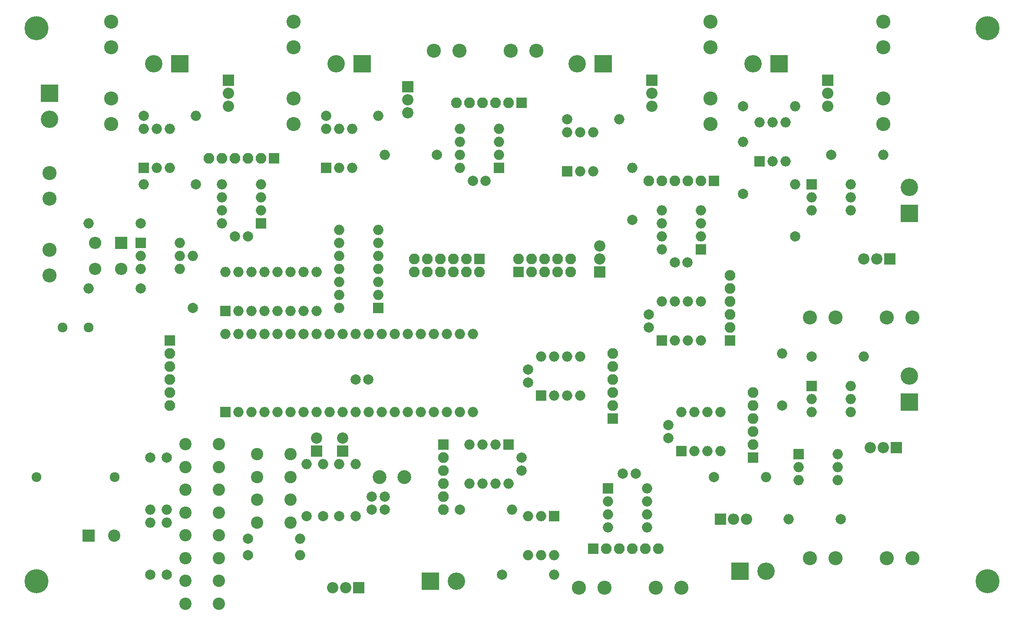
<source format=gbr>
G04 #@! TF.FileFunction,Soldermask,Top*
%FSLAX46Y46*%
G04 Gerber Fmt 4.6, Leading zero omitted, Abs format (unit mm)*
G04 Created by KiCad (PCBNEW 4.0.7) date 06/18/18 20:47:57*
%MOMM*%
%LPD*%
G01*
G04 APERTURE LIST*
%ADD10C,0.100000*%
%ADD11C,2.750000*%
%ADD12R,2.000000X2.000000*%
%ADD13O,2.000000X2.000000*%
%ADD14C,4.700000*%
%ADD15C,2.000000*%
%ADD16R,2.400000X2.400000*%
%ADD17C,2.400000*%
%ADD18R,2.200000X2.200000*%
%ADD19C,2.200000*%
%ADD20O,2.200000X2.200000*%
%ADD21R,3.400000X3.400000*%
%ADD22C,3.400000*%
%ADD23R,2.100000X2.100000*%
%ADD24O,2.100000X2.100000*%
%ADD25C,2.700000*%
%ADD26O,2.400000X2.400000*%
%ADD27C,1.924000*%
G04 APERTURE END LIST*
D10*
D11*
X75565000Y-39130000D03*
X75565000Y-44130000D03*
X75565000Y-29130000D03*
X75565000Y-24130000D03*
D12*
X46355000Y-52705000D03*
D13*
X51435000Y-45085000D03*
X48895000Y-52705000D03*
X48895000Y-45085000D03*
X51435000Y-52705000D03*
X46355000Y-45085000D03*
D14*
X210820000Y-133350000D03*
X25400000Y-25400000D03*
X25400000Y-133350000D03*
D15*
X87630000Y-120650000D03*
D13*
X87630000Y-110490000D03*
D15*
X47625000Y-109220000D03*
D13*
X47625000Y-119380000D03*
D12*
X45720000Y-67310000D03*
D13*
X53340000Y-72390000D03*
X45720000Y-69850000D03*
X53340000Y-69850000D03*
X45720000Y-72390000D03*
X53340000Y-67310000D03*
D15*
X90805000Y-116840000D03*
X90805000Y-119340000D03*
X93345000Y-116840000D03*
X93345000Y-119340000D03*
D16*
X35560000Y-124460000D03*
D17*
X40560000Y-124460000D03*
D15*
X87630000Y-93980000D03*
X90130000Y-93980000D03*
X142240000Y-112395000D03*
X139740000Y-112395000D03*
D18*
X80010000Y-107950000D03*
D19*
X80010000Y-105410000D03*
D18*
X85090000Y-107950000D03*
D19*
X85090000Y-105410000D03*
D18*
X158750000Y-121285000D03*
D20*
X161290000Y-121285000D03*
X163830000Y-121285000D03*
D21*
X27940000Y-38100000D03*
D22*
X27940000Y-43180000D03*
D23*
X111760000Y-70485000D03*
D24*
X111760000Y-73025000D03*
X109220000Y-70485000D03*
X109220000Y-73025000D03*
X106680000Y-70485000D03*
X106680000Y-73025000D03*
X104140000Y-70485000D03*
X104140000Y-73025000D03*
X101600000Y-70485000D03*
X101600000Y-73025000D03*
X99060000Y-70485000D03*
X99060000Y-73025000D03*
D23*
X119380000Y-73025000D03*
D24*
X119380000Y-70485000D03*
X121920000Y-73025000D03*
X121920000Y-70485000D03*
X124460000Y-73025000D03*
X124460000Y-70485000D03*
X127000000Y-73025000D03*
X127000000Y-70485000D03*
X129540000Y-73025000D03*
X129540000Y-70485000D03*
D23*
X51435000Y-86360000D03*
D24*
X51435000Y-88900000D03*
X51435000Y-91440000D03*
X51435000Y-93980000D03*
X51435000Y-96520000D03*
X51435000Y-99060000D03*
D23*
X133985000Y-127000000D03*
D24*
X136525000Y-127000000D03*
X139065000Y-127000000D03*
X141605000Y-127000000D03*
X144145000Y-127000000D03*
X146685000Y-127000000D03*
D21*
X162560000Y-131445000D03*
D22*
X167640000Y-131445000D03*
D12*
X62230000Y-80645000D03*
D13*
X80010000Y-73025000D03*
X64770000Y-80645000D03*
X77470000Y-73025000D03*
X67310000Y-80645000D03*
X74930000Y-73025000D03*
X69850000Y-80645000D03*
X72390000Y-73025000D03*
X72390000Y-80645000D03*
X69850000Y-73025000D03*
X74930000Y-80645000D03*
X67310000Y-73025000D03*
X77470000Y-80645000D03*
X64770000Y-73025000D03*
X80010000Y-80645000D03*
X62230000Y-73025000D03*
D18*
X135255000Y-73025000D03*
D20*
X135255000Y-70485000D03*
X135255000Y-67945000D03*
D12*
X92075000Y-80010000D03*
D13*
X84455000Y-64770000D03*
X92075000Y-77470000D03*
X84455000Y-67310000D03*
X92075000Y-74930000D03*
X84455000Y-69850000D03*
X92075000Y-72390000D03*
X84455000Y-72390000D03*
X92075000Y-69850000D03*
X84455000Y-74930000D03*
X92075000Y-67310000D03*
X84455000Y-77470000D03*
X92075000Y-64770000D03*
X84455000Y-80010000D03*
D12*
X136842500Y-115252500D03*
D13*
X144462500Y-122872500D03*
X136842500Y-117792500D03*
X144462500Y-120332500D03*
X136842500Y-120332500D03*
X144462500Y-117792500D03*
X136842500Y-122872500D03*
X144462500Y-115252500D03*
D12*
X173990000Y-108585000D03*
D13*
X181610000Y-113665000D03*
X173990000Y-111125000D03*
X181610000Y-111125000D03*
X173990000Y-113665000D03*
X181610000Y-108585000D03*
D25*
X97155000Y-113030000D03*
X92255000Y-113030000D03*
D15*
X120015000Y-111760000D03*
X120015000Y-109260000D03*
X110490000Y-55245000D03*
X112990000Y-55245000D03*
X64135000Y-66040000D03*
X66635000Y-66040000D03*
X149860000Y-71120000D03*
X152360000Y-71120000D03*
X144780000Y-81280000D03*
X144780000Y-83780000D03*
X121285000Y-92075000D03*
X121285000Y-94575000D03*
X148590000Y-102870000D03*
X148590000Y-105370000D03*
D18*
X88265000Y-134620000D03*
D20*
X85725000Y-134620000D03*
X83185000Y-134620000D03*
D18*
X97790000Y-36830000D03*
D20*
X97790000Y-39370000D03*
X97790000Y-41910000D03*
D18*
X62865000Y-35560000D03*
D20*
X62865000Y-38100000D03*
X62865000Y-40640000D03*
D18*
X145415000Y-35560000D03*
D20*
X145415000Y-38100000D03*
X145415000Y-40640000D03*
D18*
X179705000Y-35560000D03*
D20*
X179705000Y-38100000D03*
X179705000Y-40640000D03*
D18*
X191770000Y-70485000D03*
D20*
X189230000Y-70485000D03*
X186690000Y-70485000D03*
D18*
X193040000Y-107315000D03*
D20*
X190500000Y-107315000D03*
X187960000Y-107315000D03*
D11*
X27940000Y-58660000D03*
X27940000Y-53660000D03*
X27940000Y-68660000D03*
X27940000Y-73660000D03*
X181215000Y-128905000D03*
X176215000Y-128905000D03*
X191215000Y-128905000D03*
X196215000Y-128905000D03*
X136130000Y-134620000D03*
X131130000Y-134620000D03*
X146130000Y-134620000D03*
X151130000Y-134620000D03*
X40005000Y-39130000D03*
X40005000Y-44130000D03*
X40005000Y-29130000D03*
X40005000Y-24130000D03*
X117870000Y-29845000D03*
X122870000Y-29845000D03*
X107870000Y-29845000D03*
X102870000Y-29845000D03*
X156845000Y-39130000D03*
X156845000Y-44130000D03*
X156845000Y-29130000D03*
X156845000Y-24130000D03*
X190500000Y-39130000D03*
X190500000Y-44130000D03*
X190500000Y-29130000D03*
X190500000Y-24130000D03*
X181215000Y-81915000D03*
X176215000Y-81915000D03*
X191215000Y-81915000D03*
X196215000Y-81915000D03*
D23*
X104775000Y-106680000D03*
D24*
X104775000Y-109220000D03*
X104775000Y-111760000D03*
X104775000Y-114300000D03*
X104775000Y-116840000D03*
X104775000Y-119380000D03*
D21*
X102235000Y-133350000D03*
D22*
X107315000Y-133350000D03*
D23*
X120015000Y-40005000D03*
D24*
X117475000Y-40005000D03*
X114935000Y-40005000D03*
X112395000Y-40005000D03*
X109855000Y-40005000D03*
X107315000Y-40005000D03*
D21*
X88900000Y-32385000D03*
D22*
X83820000Y-32385000D03*
D23*
X71755000Y-50800000D03*
D24*
X69215000Y-50800000D03*
X66675000Y-50800000D03*
X64135000Y-50800000D03*
X61595000Y-50800000D03*
X59055000Y-50800000D03*
D21*
X53340000Y-32385000D03*
D22*
X48260000Y-32385000D03*
D23*
X157480000Y-55245000D03*
D24*
X154940000Y-55245000D03*
X152400000Y-55245000D03*
X149860000Y-55245000D03*
X147320000Y-55245000D03*
X144780000Y-55245000D03*
D21*
X135890000Y-32385000D03*
D22*
X130810000Y-32385000D03*
D23*
X160655000Y-86360000D03*
D24*
X160655000Y-83820000D03*
X160655000Y-81280000D03*
X160655000Y-78740000D03*
X160655000Y-76200000D03*
X160655000Y-73660000D03*
D21*
X170180000Y-32385000D03*
D22*
X165100000Y-32385000D03*
D23*
X137795000Y-101600000D03*
D24*
X137795000Y-99060000D03*
X137795000Y-96520000D03*
X137795000Y-93980000D03*
X137795000Y-91440000D03*
X137795000Y-88900000D03*
D21*
X195580000Y-61595000D03*
D22*
X195580000Y-56515000D03*
D23*
X165100000Y-109220000D03*
D24*
X165100000Y-106680000D03*
X165100000Y-104140000D03*
X165100000Y-101600000D03*
X165100000Y-99060000D03*
X165100000Y-96520000D03*
D21*
X195580000Y-98425000D03*
D22*
X195580000Y-93345000D03*
D15*
X103505000Y-50165000D03*
D13*
X93345000Y-50165000D03*
D15*
X81915000Y-42545000D03*
D13*
X92075000Y-42545000D03*
D15*
X56515000Y-55880000D03*
D13*
X46355000Y-55880000D03*
D15*
X46355000Y-42545000D03*
D13*
X56515000Y-42545000D03*
D15*
X141605000Y-62865000D03*
D13*
X141605000Y-52705000D03*
D15*
X128905000Y-43180000D03*
D13*
X139065000Y-43180000D03*
D15*
X163195000Y-57785000D03*
D13*
X163195000Y-47625000D03*
D15*
X163195000Y-40640000D03*
D13*
X173355000Y-40640000D03*
D15*
X173355000Y-66040000D03*
D13*
X173355000Y-55880000D03*
D15*
X180340000Y-50165000D03*
D13*
X190500000Y-50165000D03*
D15*
X170815000Y-99060000D03*
D13*
X170815000Y-88900000D03*
D15*
X176530000Y-89535000D03*
D13*
X186690000Y-89535000D03*
D12*
X117475000Y-106680000D03*
D13*
X109855000Y-114300000D03*
X114935000Y-106680000D03*
X112395000Y-114300000D03*
X112395000Y-106680000D03*
X114935000Y-114300000D03*
X109855000Y-106680000D03*
X117475000Y-114300000D03*
D12*
X126365000Y-120650000D03*
D13*
X121285000Y-128270000D03*
X123825000Y-120650000D03*
X123825000Y-128270000D03*
X121285000Y-120650000D03*
X126365000Y-128270000D03*
D12*
X115570000Y-52705000D03*
D13*
X107950000Y-45085000D03*
X115570000Y-50165000D03*
X107950000Y-47625000D03*
X115570000Y-47625000D03*
X107950000Y-50165000D03*
X115570000Y-45085000D03*
X107950000Y-52705000D03*
D12*
X81915000Y-52705000D03*
D13*
X86995000Y-45085000D03*
X84455000Y-52705000D03*
X84455000Y-45085000D03*
X86995000Y-52705000D03*
X81915000Y-45085000D03*
D12*
X69215000Y-63500000D03*
D13*
X61595000Y-55880000D03*
X69215000Y-60960000D03*
X61595000Y-58420000D03*
X69215000Y-58420000D03*
X61595000Y-60960000D03*
X69215000Y-55880000D03*
X61595000Y-63500000D03*
D12*
X154940000Y-68580000D03*
D13*
X147320000Y-60960000D03*
X154940000Y-66040000D03*
X147320000Y-63500000D03*
X154940000Y-63500000D03*
X147320000Y-66040000D03*
X154940000Y-60960000D03*
X147320000Y-68580000D03*
D12*
X128905000Y-53340000D03*
D13*
X133985000Y-45720000D03*
X131445000Y-53340000D03*
X131445000Y-45720000D03*
X133985000Y-53340000D03*
X128905000Y-45720000D03*
D12*
X147320000Y-86360000D03*
D13*
X154940000Y-78740000D03*
X149860000Y-86360000D03*
X152400000Y-78740000D03*
X152400000Y-86360000D03*
X149860000Y-78740000D03*
X154940000Y-86360000D03*
X147320000Y-78740000D03*
D12*
X166370000Y-51435000D03*
D13*
X171450000Y-43815000D03*
X168910000Y-51435000D03*
X168910000Y-43815000D03*
X171450000Y-51435000D03*
X166370000Y-43815000D03*
D12*
X123825000Y-97155000D03*
D13*
X131445000Y-89535000D03*
X126365000Y-97155000D03*
X128905000Y-89535000D03*
X128905000Y-97155000D03*
X126365000Y-89535000D03*
X131445000Y-97155000D03*
X123825000Y-89535000D03*
D12*
X176530000Y-55880000D03*
D13*
X184150000Y-60960000D03*
X176530000Y-58420000D03*
X184150000Y-58420000D03*
X176530000Y-60960000D03*
X184150000Y-55880000D03*
D12*
X151130000Y-107950000D03*
D13*
X158750000Y-100330000D03*
X153670000Y-107950000D03*
X156210000Y-100330000D03*
X156210000Y-107950000D03*
X153670000Y-100330000D03*
X158750000Y-107950000D03*
X151130000Y-100330000D03*
D12*
X176530000Y-95250000D03*
D13*
X184150000Y-100330000D03*
X176530000Y-97790000D03*
X184150000Y-97790000D03*
X176530000Y-100330000D03*
X184150000Y-95250000D03*
D14*
X210820000Y-25400000D03*
D15*
X50800000Y-109220000D03*
D13*
X50800000Y-119380000D03*
D15*
X47625000Y-132080000D03*
D13*
X47625000Y-121920000D03*
D15*
X81280000Y-120650000D03*
D13*
X81280000Y-110490000D03*
D15*
X78105000Y-120650000D03*
D13*
X78105000Y-110490000D03*
D15*
X84455000Y-120650000D03*
D13*
X84455000Y-110490000D03*
D15*
X50800000Y-132080000D03*
D13*
X50800000Y-121920000D03*
D15*
X66675000Y-125095000D03*
D13*
X76835000Y-125095000D03*
D15*
X66675000Y-128270000D03*
D13*
X76835000Y-128270000D03*
D15*
X55880000Y-80010000D03*
D13*
X55880000Y-69850000D03*
D15*
X157480000Y-113030000D03*
D13*
X167640000Y-113030000D03*
D15*
X182245000Y-121285000D03*
D13*
X172085000Y-121285000D03*
D15*
X107950000Y-119380000D03*
D13*
X118110000Y-119380000D03*
D15*
X116205000Y-132080000D03*
D13*
X126365000Y-132080000D03*
D15*
X45720000Y-76200000D03*
D13*
X35560000Y-76200000D03*
D15*
X45720000Y-63500000D03*
D13*
X35560000Y-63500000D03*
D26*
X41910000Y-72390000D03*
X36830000Y-67310000D03*
X36830000Y-72390000D03*
D16*
X41910000Y-67310000D03*
D17*
X60960000Y-106625000D03*
X60960000Y-111125000D03*
X54460000Y-106625000D03*
X54460000Y-111125000D03*
X60960000Y-115515000D03*
X60960000Y-120015000D03*
X54460000Y-115515000D03*
X54460000Y-120015000D03*
X60960000Y-124405000D03*
X60960000Y-128905000D03*
X54460000Y-124405000D03*
X54460000Y-128905000D03*
X60960000Y-133295000D03*
X60960000Y-137795000D03*
X54460000Y-133295000D03*
X54460000Y-137795000D03*
X74930000Y-108530000D03*
X74930000Y-113030000D03*
X68430000Y-108530000D03*
X68430000Y-113030000D03*
X74930000Y-117420000D03*
X74930000Y-121920000D03*
X68430000Y-117420000D03*
X68430000Y-121920000D03*
D12*
X62230000Y-100330000D03*
D13*
X110490000Y-85090000D03*
X64770000Y-100330000D03*
X107950000Y-85090000D03*
X67310000Y-100330000D03*
X105410000Y-85090000D03*
X69850000Y-100330000D03*
X102870000Y-85090000D03*
X72390000Y-100330000D03*
X100330000Y-85090000D03*
X74930000Y-100330000D03*
X97790000Y-85090000D03*
X77470000Y-100330000D03*
X95250000Y-85090000D03*
X80010000Y-100330000D03*
X92710000Y-85090000D03*
X82550000Y-100330000D03*
X90170000Y-85090000D03*
X85090000Y-100330000D03*
X87630000Y-85090000D03*
X87630000Y-100330000D03*
X85090000Y-85090000D03*
X90170000Y-100330000D03*
X82550000Y-85090000D03*
X92710000Y-100330000D03*
X80010000Y-85090000D03*
X95250000Y-100330000D03*
X77470000Y-85090000D03*
X97790000Y-100330000D03*
X74930000Y-85090000D03*
X100330000Y-100330000D03*
X72390000Y-85090000D03*
X102870000Y-100330000D03*
X69850000Y-85090000D03*
X105410000Y-100330000D03*
X67310000Y-85090000D03*
X107950000Y-100330000D03*
X64770000Y-85090000D03*
X110490000Y-100330000D03*
X62230000Y-85090000D03*
D27*
X25400000Y-113030000D03*
X40640000Y-113030000D03*
X35560000Y-83820000D03*
X30480000Y-83820000D03*
M02*

</source>
